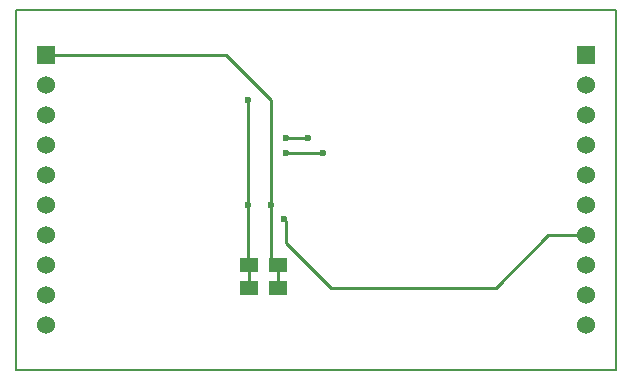
<source format=gbr>
G04 #@! TF.FileFunction,Copper,L2,Bot,Signal*
%FSLAX46Y46*%
G04 Gerber Fmt 4.6, Leading zero omitted, Abs format (unit mm)*
G04 Created by KiCad (PCBNEW 4.0.7) date 06/13/18 13:38:50*
%MOMM*%
%LPD*%
G01*
G04 APERTURE LIST*
%ADD10C,0.100000*%
%ADD11C,0.150000*%
%ADD12R,1.500000X1.250000*%
%ADD13R,1.524000X1.524000*%
%ADD14C,1.524000*%
%ADD15C,0.600000*%
%ADD16C,0.250000*%
G04 APERTURE END LIST*
D10*
D11*
X111760000Y-111760000D02*
X111760000Y-81280000D01*
X162560000Y-111760000D02*
X111760000Y-111760000D01*
X162560000Y-81280000D02*
X162560000Y-111760000D01*
X111760000Y-81280000D02*
X162560000Y-81280000D01*
D12*
X131465000Y-102870000D03*
X133965000Y-102870000D03*
X131465000Y-104775000D03*
X133965000Y-104775000D03*
D13*
X114300000Y-85090000D03*
D14*
X114300000Y-87630000D03*
X114300000Y-90170000D03*
X114300000Y-92710000D03*
X114300000Y-95250000D03*
X114300000Y-97790000D03*
X114300000Y-100330000D03*
X114300000Y-102870000D03*
X114300000Y-105410000D03*
X114300000Y-107950000D03*
X160020000Y-107950000D03*
X160020000Y-105410000D03*
X160020000Y-102870000D03*
X160020000Y-100330000D03*
X160020000Y-97790000D03*
X160020000Y-95250000D03*
X160020000Y-92710000D03*
X160020000Y-90170000D03*
X160020000Y-87630000D03*
D13*
X160020000Y-85090000D03*
D15*
X131445000Y-88900000D03*
X131445000Y-97790000D03*
X133350000Y-97790000D03*
X134620000Y-92075000D03*
X136525000Y-92075000D03*
X134620000Y-93345000D03*
X137795000Y-93345000D03*
X134465000Y-98960000D03*
D16*
X131465000Y-102870000D02*
X131465000Y-104775000D01*
X131445000Y-88900000D02*
X131445000Y-97790000D01*
X131445000Y-102850000D02*
X131445000Y-97790000D01*
X131465000Y-102870000D02*
X131445000Y-102850000D01*
X133965000Y-102870000D02*
X133965000Y-104775000D01*
X133350000Y-97790000D02*
X133350000Y-88900000D01*
X129540000Y-85090000D02*
X133350000Y-88900000D01*
X129540000Y-85090000D02*
X114300000Y-85090000D01*
X133965000Y-102870000D02*
X133350000Y-102255000D01*
X133350000Y-102255000D02*
X133350000Y-97790000D01*
X136525000Y-92075000D02*
X134620000Y-92075000D01*
X137795000Y-93345000D02*
X134620000Y-93345000D01*
X160020000Y-100330000D02*
X156845000Y-100330000D01*
X152400000Y-104775000D02*
X156845000Y-100330000D01*
X138430000Y-104775000D02*
X152400000Y-104775000D01*
X134620000Y-100965000D02*
X138430000Y-104775000D01*
X134620000Y-99115000D02*
X134620000Y-100965000D01*
X134620000Y-99115000D02*
X134465000Y-98960000D01*
M02*

</source>
